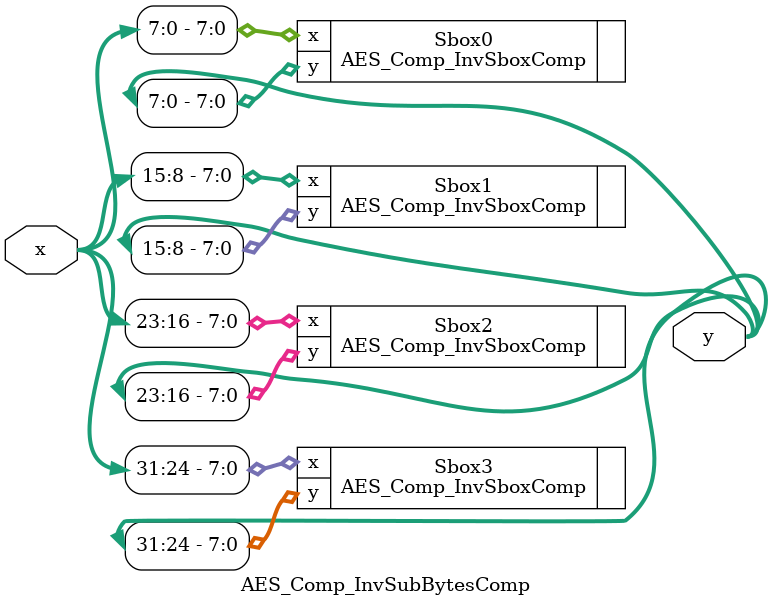
<source format=v>
module AES_Comp_InvSubBytesComp(x,  y);
input  [31:0] x;
wire  [31:0] x;
output  [31:0] y;
wire  [31:0] y;
AES_Comp_InvSboxComp  Sbox0 (
    .x(x[7:0]),
    .y(y[7:0])
  );
AES_Comp_InvSboxComp  Sbox1 (
    .x(x[15:8]),
    .y(y[15:8])
  );
AES_Comp_InvSboxComp  Sbox2 (
    .x(x[23:16]),
    .y(y[23:16])
  );
AES_Comp_InvSboxComp  Sbox3 (
    .x(x[31:24]),
    .y(y[31:24])
  );
endmodule

</source>
